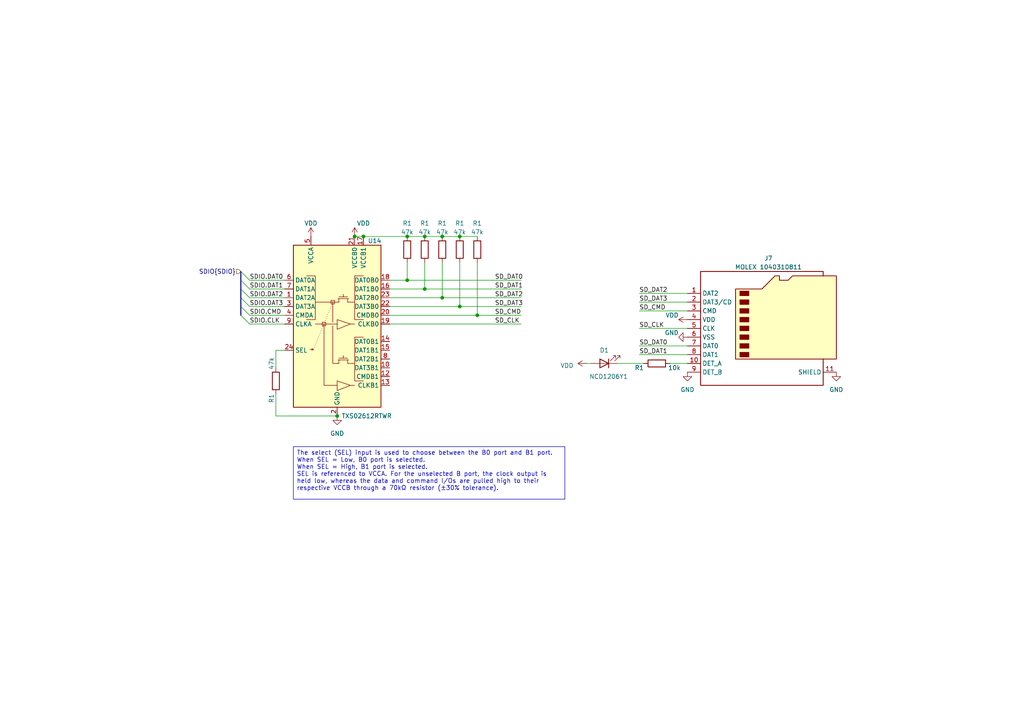
<source format=kicad_sch>
(kicad_sch (version 20230121) (generator eeschema)
  (paper "A4")
  (lib_symbols
    (symbol "CHIPSAlliance_Logic:TXS02612RTWR"
      (property "Reference" "U" (at 1.27 1.27 0))
      (property "Value" "TXS02612RTWR" (at 0 -48.26 0))
      (symbol "TXS02612RTWR_0_1"
        (polyline (pts (xy 4.826 -30.226) (xy 5.842 -30.226)))
        (polyline (pts (xy 6.35 -22.86) (xy 12.7 -22.86)))
        (polyline (pts (xy 11.43 -22.352) (xy 11.43 -16.51)))
        (polyline (pts (xy 11.43 -16.51) (xy 5.842 -30.226)) (stroke (width 0) (type dot)))
        (polyline (pts (xy 16.51 -40.64) (xy 17.78 -40.64)))
        (polyline (pts (xy 16.51 -22.86) (xy 17.78 -22.86)))
        (polyline (pts (xy 17.78 -21.59) (xy 17.78 -21.59)))
        (polyline (pts (xy 5.334 -29.972) (xy 5.842 -30.226) (xy 5.334 -30.48)))
        (polyline (pts (xy 8.89 -22.86) (xy 8.89 -40.64) (xy 12.7 -40.64)))
        (polyline (pts (xy 11.43 -23.368) (xy 11.43 -34.29) (xy 12.7 -34.29)))
        (polyline (pts (xy 3.81 -8.89) (xy 6.35 -8.89) (xy 6.35 -21.59) (xy 3.81 -21.59)))
        (polyline (pts (xy 12.7 -39.37) (xy 12.7 -42.164) (xy 16.51 -40.64) (xy 12.7 -39.37)))
        (polyline (pts (xy 12.7 -21.59) (xy 12.7 -24.384) (xy 16.51 -22.86) (xy 12.7 -21.59)))
        (polyline (pts (xy 20.32 -26.67) (xy 17.78 -26.67) (xy 17.78 -39.37) (xy 20.32 -39.37)))
        (polyline (pts (xy 20.32 -8.89) (xy 17.78 -8.89) (xy 17.78 -21.59) (xy 20.32 -21.59)))
        (polyline (pts (xy 8.382 -23.368) (xy 9.398 -23.368) (xy 9.398 -22.352) (xy 8.382 -22.352) (xy 8.382 -23.368)))
        (polyline (pts (xy 10.922 -17.018) (xy 11.938 -17.018) (xy 11.938 -16.002) (xy 10.922 -16.002) (xy 10.922 -17.018)))
        (rectangle (start 0 0) (end 25.4 -46.99) (stroke (width 0.254)) (fill (type background)))
      )
      (symbol "TXS02612RTWR_1_0"
        (pin bidirectional line (at 27.94 -35.56 180) (length 2.54) (name "DAT3B1") (number "10"))
        (pin power_in line (at 12.7 -49.53 90) (length 2.54) hide (name "GND") (number "11"))
        (pin bidirectional line (at 27.94 -38.1 180) (length 2.54) (name "CMDB1") (number "12"))
        (pin output line (at 27.94 -40.64 180) (length 2.54) (name "CLKB1") (number "13"))
        (pin bidirectional line (at 27.94 -27.94 180) (length 2.54) (name "DAT0B1") (number "14"))
        (pin bidirectional line (at 27.94 -30.48 180) (length 2.54) (name "DAT1B1") (number "15"))
        (pin bidirectional line (at 27.94 -12.7 180) (length 2.54) (name "DAT1B0") (number "16"))
        (pin power_in line (at 20.32 2.54 270) (length 2.54) (name "VCCB1") (number "17"))
        (pin bidirectional line (at 27.94 -10.16 180) (length 2.54) (name "DAT0B0") (number "18"))
        (pin output line (at 27.94 -22.86 180) (length 2.54) (name "CLKB0") (number "19"))
        (pin power_in line (at 12.7 -49.53 90) (length 2.54) (name "GND") (number "2"))
        (pin bidirectional line (at 27.94 -20.32 180) (length 2.54) (name "CMDB0") (number "20"))
        (pin power_in line (at 17.78 2.54 270) (length 2.54) (name "VCCB0") (number "21"))
        (pin bidirectional line (at 27.94 -17.78 180) (length 2.54) (name "DAT3B0") (number "22"))
        (pin bidirectional line (at 27.94 -15.24 180) (length 2.54) (name "DAT2B0") (number "23"))
        (pin input line (at -2.54 -30.48 0) (length 2.54) (name "SEL") (number "24"))
        (pin bidirectional line (at -2.54 -12.7 0) (length 2.54) (name "DAT1A") (number "7"))
        (pin bidirectional line (at 27.94 -33.02 180) (length 2.54) (name "DAT2B1") (number "8"))
        (pin input line (at -2.54 -22.86 0) (length 2.54) (name "CLKA") (number "9"))
      )
      (symbol "TXS02612RTWR_1_1"
        (polyline (pts (xy 6.35 -16.51) (xy 13.208 -16.51)))
        (polyline (pts (xy 12.7 -34.29) (xy 13.208 -34.29)))
        (polyline (pts (xy 12.954 -33.274) (xy 16.002 -33.274)))
        (polyline (pts (xy 12.954 -15.494) (xy 16.002 -15.494)))
        (polyline (pts (xy 13.208 -34.29) (xy 13.208 -33.274)))
        (polyline (pts (xy 13.208 -32.766) (xy 15.748 -32.766)))
        (polyline (pts (xy 13.208 -16.51) (xy 13.208 -15.494)))
        (polyline (pts (xy 13.208 -14.986) (xy 15.748 -14.986)))
        (polyline (pts (xy 14.478 -32.766) (xy 14.478 -32.004)))
        (polyline (pts (xy 14.478 -14.986) (xy 14.478 -14.224)))
        (polyline (pts (xy 15.748 -34.29) (xy 15.748 -33.274)))
        (polyline (pts (xy 15.748 -16.51) (xy 15.748 -15.494)))
        (polyline (pts (xy 17.78 -34.29) (xy 15.748 -34.29)))
        (polyline (pts (xy 17.78 -16.51) (xy 15.748 -16.51)))
        (pin bidirectional line (at -2.54 -15.24 0) (length 2.54) (name "DAT2A") (number "1"))
        (pin input line (at 12.7 -49.53 90) (length 2.54) hide (name "GND") (number "25"))
        (pin bidirectional line (at -2.54 -17.78 0) (length 2.54) (name "DAT3A") (number "3"))
        (pin bidirectional line (at -2.54 -20.32 0) (length 2.54) (name "CMDA") (number "4"))
        (pin power_in line (at 5.08 2.54 270) (length 2.54) (name "VCCA") (number "5"))
        (pin bidirectional line (at -2.54 -10.16 0) (length 2.54) (name "DAT0A") (number "6"))
      )
    )
    (symbol "Connector:Micro_SD_Card_Det2"
      (property "Reference" "J" (at -16.51 17.78 0))
      (property "Value" "Micro_SD_Card_Det2" (at 16.51 17.78 0))
      (symbol "Micro_SD_Card_Det2_0_1"
        (rectangle (start -7.62 -6.985) (end -5.08 -8.255) (stroke (width 0.254)) (fill (type outline)))
        (rectangle (start -7.62 -4.445) (end -5.08 -5.715) (stroke (width 0.254)) (fill (type outline)))
        (rectangle (start -7.62 -1.905) (end -5.08 -3.175) (stroke (width 0.254)) (fill (type outline)))
        (rectangle (start -7.62 0.635) (end -5.08 -0.635) (stroke (width 0.254)) (fill (type outline)))
        (rectangle (start -7.62 3.175) (end -5.08 1.905) (stroke (width 0.254)) (fill (type outline)))
        (rectangle (start -7.62 5.715) (end -5.08 4.445) (stroke (width 0.254)) (fill (type outline)))
        (rectangle (start -7.62 8.255) (end -5.08 6.985) (stroke (width 0.254)) (fill (type outline)))
        (rectangle (start -7.62 10.795) (end -5.08 9.525) (stroke (width 0.254)) (fill (type outline)))
        (polyline (pts (xy 16.51 15.24) (xy 16.51 16.51) (xy -19.05 16.51) (xy -19.05 -16.51) (xy 16.51 -16.51) (xy 16.51 -8.89)) (stroke (width 0.254)))
        (polyline (pts (xy -8.89 -8.89) (xy -8.89 11.43) (xy -1.27 11.43) (xy 2.54 15.24) (xy 3.81 15.24) (xy 3.81 13.97) (xy 6.35 13.97) (xy 7.62 15.24) (xy 20.32 15.24) (xy 20.32 -8.89) (xy -8.89 -8.89)) (stroke (width 0.254)) (fill (type background)))
      )
      (symbol "Micro_SD_Card_Det2_1_1"
        (pin bidirectional line (at -22.86 10.16 0) (length 3.81) (name "DAT2") (number "1"))
        (pin passive line (at -22.86 -10.16 0) (length 3.81) (name "DET_A") (number "10"))
        (pin passive line (at 20.32 -12.7 180) (length 3.81) (name "SHIELD") (number "11"))
        (pin bidirectional line (at -22.86 7.62 0) (length 3.81) (name "DAT3/CD") (number "2"))
        (pin input line (at -22.86 5.08 0) (length 3.81) (name "CMD") (number "3"))
        (pin power_in line (at -22.86 2.54 0) (length 3.81) (name "VDD") (number "4"))
        (pin input line (at -22.86 0 0) (length 3.81) (name "CLK") (number "5"))
        (pin power_in line (at -22.86 -2.54 0) (length 3.81) (name "VSS") (number "6"))
        (pin bidirectional line (at -22.86 -5.08 0) (length 3.81) (name "DAT0") (number "7"))
        (pin bidirectional line (at -22.86 -7.62 0) (length 3.81) (name "DAT1") (number "8"))
        (pin passive line (at -22.86 -12.7 0) (length 3.81) (name "DET_B") (number "9"))
      )
    )
    (symbol "Device:LED" (pin_numbers hide) (pin_names (offset 1.016) hide)
      (property "Reference" "D" (at 0 2.54 0))
      (property "Value" "LED" (at 0 -2.54 0))
      (symbol "LED_0_1"
        (polyline (pts (xy -1.27 -1.27) (xy -1.27 1.27)) (stroke (width 0.254)))
        (polyline (pts (xy -1.27 0) (xy 1.27 0)))
        (polyline (pts (xy 1.27 -1.27) (xy 1.27 1.27) (xy -1.27 0) (xy 1.27 -1.27)) (stroke (width 0.254)))
        (polyline (pts (xy -3.048 -0.762) (xy -4.572 -2.286) (xy -3.81 -2.286) (xy -4.572 -2.286) (xy -4.572 -1.524)))
        (polyline (pts (xy -1.778 -0.762) (xy -3.302 -2.286) (xy -2.54 -2.286) (xy -3.302 -2.286) (xy -3.302 -1.524)))
      )
      (symbol "LED_1_1"
        (pin passive line (at -3.81 0 0) (length 2.54) (name "K") (number "1"))
        (pin passive line (at 3.81 0 180) (length 2.54) (name "A") (number "2"))
      )
    )
    (symbol "Device:R" (pin_numbers hide) (pin_names (offset 0))
      (property "Reference" "R" (at 2.032 0 90))
      (property "Value" "R" (at 0 0 90))
      (symbol "R_0_1"
        (rectangle (start -1.016 -2.54) (end 1.016 2.54) (stroke (width 0.254)))
      )
      (symbol "R_1_1"
        (pin passive line (at 0 3.81 270) (length 1.27) (name "~") (number "1"))
        (pin passive line (at 0 -3.81 90) (length 1.27) (name "~") (number "2"))
      )
    )
    (symbol "power:GND" (power) (pin_names (offset 0))
      (property "Value" "GND" (at 0 -3.81 0))
      (symbol "GND_0_1"
        (polyline (pts (xy 0 0) (xy 0 -1.27) (xy 1.27 -1.27) (xy 0 -2.54) (xy -1.27 -1.27) (xy 0 -1.27)))
      )
      (symbol "GND_1_1"
        (pin power_in line (at 0 0 270) (length 0) hide (name "GND") (number "1"))
      )
    )
    (symbol "power:VDD" (power) (pin_names (offset 0))
      (property "Value" "VDD" (at 0 3.81 0))
      (symbol "VDD_0_1"
        (polyline (pts (xy -0.762 1.27) (xy 0 2.54)))
        (polyline (pts (xy 0 0) (xy 0 2.54)))
        (polyline (pts (xy 0 2.54) (xy 0.762 1.27)))
      )
      (symbol "VDD_1_1"
        (pin power_in line (at 0 0 90) (length 0) hide (name "VDD") (number "1"))
      )
    )
  )
  (junction (at 123.19 83.82))
  (junction (at 118.11 68.58))
  (junction (at 128.27 68.58))
  (junction (at 133.35 68.58))
  (junction (at 138.43 91.44))
  (junction (at 105.41 68.58))
  (junction (at 97.79 120.65))
  (junction (at 133.35 88.9))
  (junction (at 118.11 81.28))
  (junction (at 123.19 68.58))
  (junction (at 102.87 68.58))
  (junction (at 128.27 86.36))
  (bus_entry (at 72.39 91.44) (size -2.54 -2.54))
  (bus_entry (at 72.39 81.28) (size -2.54 -2.54))
  (bus_entry (at 72.39 83.82) (size -2.54 -2.54))
  (bus_entry (at 72.39 93.98) (size -2.54 -2.54))
  (bus_entry (at 72.39 88.9) (size -2.54 -2.54))
  (bus_entry (at 72.39 86.36) (size -2.54 -2.54))
  (wire (pts (xy 80.01 101.6) (xy 80.01 106.68)))
  (wire (pts (xy 113.03 83.82) (xy 123.19 83.82)))
  (wire (pts (xy 185.42 90.17) (xy 199.39 90.17)))
  (wire (pts (xy 105.41 68.58) (xy 118.11 68.58)))
  (wire (pts (xy 128.27 86.36) (xy 151.13 86.36)))
  (wire (pts (xy 123.19 68.58) (xy 128.27 68.58)))
  (bus (pts (xy 69.85 81.28) (xy 69.85 83.82)))
  (bus (pts (xy 69.85 78.74) (xy 69.85 81.28)))
  (wire (pts (xy 113.03 81.28) (xy 118.11 81.28)))
  (wire (pts (xy 179.07 105.41) (xy 186.69 105.41)))
  (wire (pts (xy 113.03 91.44) (xy 138.43 91.44)))
  (wire (pts (xy 128.27 68.58) (xy 133.35 68.58)))
  (wire (pts (xy 133.35 76.2) (xy 133.35 88.9)))
  (wire (pts (xy 123.19 76.2) (xy 123.19 83.82)))
  (wire (pts (xy 185.42 100.33) (xy 199.39 100.33)))
  (wire (pts (xy 113.03 86.36) (xy 128.27 86.36)))
  (wire (pts (xy 123.19 83.82) (xy 151.13 83.82)))
  (wire (pts (xy 185.42 87.63) (xy 199.39 87.63)))
  (wire (pts (xy 133.35 68.58) (xy 138.43 68.58)))
  (wire (pts (xy 113.03 88.9) (xy 133.35 88.9)))
  (bus (pts (xy 69.85 86.36) (xy 69.85 88.9)))
  (bus (pts (xy 69.85 88.9) (xy 69.85 91.44)))
  (wire (pts (xy 185.42 102.87) (xy 199.39 102.87)))
  (wire (pts (xy 102.87 68.58) (xy 105.41 68.58)))
  (wire (pts (xy 185.42 95.25) (xy 199.39 95.25)))
  (wire (pts (xy 138.43 76.2) (xy 138.43 91.44)))
  (wire (pts (xy 72.39 93.98) (xy 82.55 93.98)))
  (wire (pts (xy 80.01 120.65) (xy 97.79 120.65)))
  (wire (pts (xy 194.31 105.41) (xy 199.39 105.41)))
  (wire (pts (xy 72.39 81.28) (xy 82.55 81.28)))
  (wire (pts (xy 133.35 88.9) (xy 151.13 88.9)))
  (wire (pts (xy 170.18 105.41) (xy 171.45 105.41)))
  (wire (pts (xy 72.39 91.44) (xy 82.55 91.44)))
  (wire (pts (xy 118.11 81.28) (xy 151.13 81.28)))
  (wire (pts (xy 80.01 101.6) (xy 82.55 101.6)))
  (bus (pts (xy 69.85 83.82) (xy 69.85 86.36)))
  (wire (pts (xy 185.42 85.09) (xy 199.39 85.09)))
  (wire (pts (xy 118.11 68.58) (xy 123.19 68.58)))
  (wire (pts (xy 80.01 114.3) (xy 80.01 120.65)))
  (wire (pts (xy 138.43 91.44) (xy 151.13 91.44)))
  (wire (pts (xy 72.39 83.82) (xy 82.55 83.82)))
  (wire (pts (xy 118.11 76.2) (xy 118.11 81.28)))
  (wire (pts (xy 72.39 86.36) (xy 82.55 86.36)))
  (wire (pts (xy 128.27 76.2) (xy 128.27 86.36)))
  (wire (pts (xy 113.03 93.98) (xy 151.13 93.98)))
  (wire (pts (xy 72.39 88.9) (xy 82.55 88.9)))
  (text_box "The select (SEL) input is used to choose between the B0 port and B1 port. \nWhen SEL = Low, B0 port is selected.\nWhen SEL = High, B1 port is selected.\nSEL is referenced to VCCA. For the unselected B port, the clock output is held low, whereas the data and command I/Os are pulled high to their respective VCCB through a 70kΩ resistor (±30% tolerance)." (at 85.09 129.54 0) (size 78.74 15.24) (effects (font (size 1.27 1.27)) (justify left top)))
  (label "SD_DAT0" (at 143.51 81.28 0))
  (label "SD_DAT3" (at 143.51 88.9 0))
  (label "SD_CLK" (at 143.51 93.98 0))
  (label "SD_DAT2" (at 185.42 85.09 0))
  (label "SD_CLK" (at 185.42 95.25 0))
  (label "SD_DAT0" (at 185.42 100.33 0))
  (label "SDIO.DAT0" (at 72.39 81.28 0))
  (label "SDIO.DAT3" (at 72.39 88.9 0))
  (label "SD_DAT3" (at 185.42 87.63 0))
  (label "SD_DAT2" (at 143.51 86.36 0))
  (label "SDIO.DAT2" (at 72.39 86.36 0))
  (label "SD_CMD" (at 143.51 91.44 0))
  (label "SDIO.CMD" (at 72.39 91.44 0))
  (label "SD_DAT1" (at 143.51 83.82 0))
  (label "SD_DAT1" (at 185.42 102.87 0))
  (label "SDIO.DAT1" (at 72.39 83.82 0))
  (label "SDIO.CLK" (at 72.39 93.98 0))
  (label "SD_CMD" (at 185.42 90.17 0))
  (hierarchical_label "SDIO{SDIO}" (shape input) (at 69.85 78.74 180))
  (symbol (lib_id "Device:R") (at 118.11 72.39 180) (unit 1)
    (property "Reference" "R1" (at 118.11 64.77 0))
    (property "Value" "47k" (at 118.11 67.31 0))
    (property "Footprint" "Resistor_SMD:R_0402_1005Metric" (effects hide))
    (instances (project "fmc_usb_gpio_spi_jtag" (path "" (reference "R1") (unit 1)) (path "" (reference "R11") (unit 1)) (path "" (reference "R13") (unit 1))))
  )
  (symbol (lib_id "Device:R") (at 190.5 105.41 270) (unit 1)
    (property "Reference" "R1" (at 185.42 106.68 90))
    (property "Value" "10k" (at 195.58 106.68 90))
    (property "Footprint" "Resistor_SMD:R_0402_1005Metric" (effects hide))
    (instances (project "fmc_usb_gpio_spi_jtag" (path "" (reference "R1") (unit 1)) (path "" (reference "R5") (unit 1)) (path "" (reference "R18") (unit 1))))
  )
  (symbol (lib_id "Device:LED") (at 175.26 105.41 180) (unit 1)
    (property "Reference" "D1" (at 175.26 101.6 0))
    (property "Value" "NCD1206Y1" (at 176.53 109.22 0))
    (property "Footprint" "LED_SMD:LED_1206_3216Metric" (effects hide))
    (instances (project "fmc_usb_gpio_spi_jtag" (path "" (reference "D1") (unit 1)) (path "" (reference "D7") (unit 1))))
  )
  (symbol (lib_id "Device:R") (at 128.27 72.39 180) (unit 1)
    (property "Reference" "R1" (at 128.27 64.77 0))
    (property "Value" "47k" (at 128.27 67.31 0))
    (property "Footprint" "Resistor_SMD:R_0402_1005Metric" (effects hide))
    (instances (project "fmc_usb_gpio_spi_jtag" (path "" (reference "R1") (unit 1)) (path "" (reference "R11") (unit 1)) (path "" (reference "R15") (unit 1))))
  )
  (symbol (lib_id "power:VDD") (at 90.17 68.58 0) (unit 1)
    (property "Reference" "#PWR01" (effects hide))
    (property "Value" "VADJ" (at 90.17 64.77 0))
    (instances (project "fmc_usb_gpio_spi_jtag" (path "" (reference "#PWR01") (unit 1)) (path "" (reference "#PWR083") (unit 1)) (path "" (reference "#PWR089") (unit 1)) (path "" (reference "#PWR0183") (unit 1))))
  )
  (symbol (lib_id "Device:R") (at 133.35 72.39 180) (unit 1)
    (property "Reference" "R1" (at 133.35 64.77 0))
    (property "Value" "47k" (at 133.35 67.31 0))
    (property "Footprint" "Resistor_SMD:R_0402_1005Metric" (effects hide))
    (instances (project "fmc_usb_gpio_spi_jtag" (path "" (reference "R1") (unit 1)) (path "" (reference "R11") (unit 1)) (path "" (reference "R16") (unit 1))))
  )
  (symbol (lib_id "power:VDD") (at 199.39 92.71 90) (unit 1)
    (property "Reference" "#PWR073" (effects hide))
    (property "Value" "3P3V" (at 196.85 91.44 90) (effects (justify left)))
    (instances (project "fmc_usb_gpio_spi_jtag" (path "" (reference "#PWR073") (unit 1)) (path "" (reference "#PWR098") (unit 1)) (path "" (reference "#PWR0178") (unit 1))))
  )
  (symbol (lib_id "power:GND") (at 199.39 107.95 0) (unit 1)
    (property "Reference" "#PWR0181" (effects hide))
    (property "Value" "GND" (at 199.39 113.03 0))
  )
  (symbol (lib_id "power:VDD") (at 102.87 68.58 0) (unit 1)
    (property "Reference" "#PWR073" (effects hide))
    (property "Value" "3P3V" (at 105.41 64.77 0))
    (instances (project "fmc_usb_gpio_spi_jtag" (path "" (reference "#PWR073") (unit 1)) (path "" (reference "#PWR098") (unit 1)) (path "" (reference "#PWR0177") (unit 1))))
  )
  (symbol (lib_id "Device:R") (at 138.43 72.39 180) (unit 1)
    (property "Reference" "R1" (at 138.43 64.77 0))
    (property "Value" "47k" (at 138.43 67.31 0))
    (property "Footprint" "Resistor_SMD:R_0402_1005Metric" (effects hide))
    (instances (project "fmc_usb_gpio_spi_jtag" (path "" (reference "R1") (unit 1)) (path "" (reference "R11") (unit 1)) (path "" (reference "R17") (unit 1))))
  )
  (symbol (lib_id "Connector:Micro_SD_Card_Det2") (at 222.25 95.25 0) (unit 1)
    (property "Reference" "J7" (at 222.885 74.93 0))
    (property "Value" "MOLEX 1040310811" (at 222.885 77.47 0))
    (property "Footprint" "Connector_Card:microSD_HC_Molex_104031-0811" (effects hide))
    (property "Datasheet" "https://atta.szlcsc.com/upload/public/pdf/source/20201117/C585350_D1F0B30BD23514449186B2E50ACE8BBF.pdf" (effects hide))
  )
  (symbol (lib_id "power:VDD") (at 170.18 105.41 90) (unit 1)
    (property "Reference" "#PWR0180" (effects hide))
    (property "Value" "3P3V" (at 166.37 106.045 90) (effects (justify left)))
  )
  (symbol (lib_id "power:GND") (at 242.57 107.95 0) (unit 1)
    (property "Reference" "#PWR0182" (effects hide))
    (property "Value" "GND" (at 242.57 113.03 0))
  )
  (symbol (lib_id "CHIPSAlliance_Logic:TXS02612RTWR") (at 85.09 71.12 0) (unit 1)
    (property "Reference" "U14" (at 106.68 69.85 0) (effects (justify left)))
    (property "Value" "TXS02612RTWR" (at 99.06 120.65 0) (effects (justify left)))
    (property "Footprint" "Package_DFN_QFN:WQFN-24-1EP_4x4mm_P0.5mm_EP2.45x2.45mm" (effects hide))
    (property "Datasheet" "https://www.ti.com/lit/ds/symlink/txs02612.pdf" (effects hide))
  )
  (symbol (lib_id "power:GND") (at 199.39 97.79 270) (unit 1)
    (property "Reference" "#PWR0179" (effects hide))
    (property "Value" "GND" (at 196.85 96.52 90) (effects (justify right)))
  )
  (symbol (lib_id "Device:R") (at 80.01 110.49 180) (unit 1)
    (property "Reference" "R1" (at 78.74 115.57 90))
    (property "Value" "47k" (at 78.74 105.41 90))
    (property "Footprint" "Resistor_SMD:R_0402_1005Metric" (effects hide))
    (instances (project "fmc_usb_gpio_spi_jtag" (path "" (reference "R1") (unit 1)) (path "" (reference "R11") (unit 1)) (path "" (reference "R12") (unit 1))))
  )
  (symbol (lib_id "power:GND") (at 97.79 120.65 0) (unit 1)
    (property "Reference" "#PWR0175" (effects hide))
    (property "Value" "GND" (at 97.79 125.73 0))
  )
  (symbol (lib_id "Device:R") (at 123.19 72.39 180) (unit 1)
    (property "Reference" "R1" (at 123.19 64.77 0))
    (property "Value" "47k" (at 123.19 67.31 0))
    (property "Footprint" "Resistor_SMD:R_0402_1005Metric" (effects hide))
    (instances (project "fmc_usb_gpio_spi_jtag" (path "" (reference "R1") (unit 1)) (path "" (reference "R11") (unit 1)) (path "" (reference "R14") (unit 1))))
  )
)
</source>
